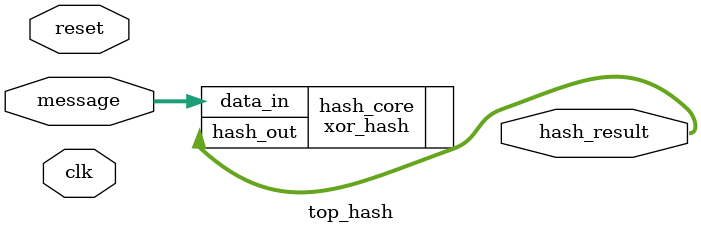
<source format=v>
module top_hash (
    input  wire clk,
    input  wire reset,
    input  wire [127:0] message,
    output wire [31:0] hash_result
);

    xor_hash hash_core (
        .data_in(message),
        .hash_out(hash_result)
    );

endmodule

</source>
